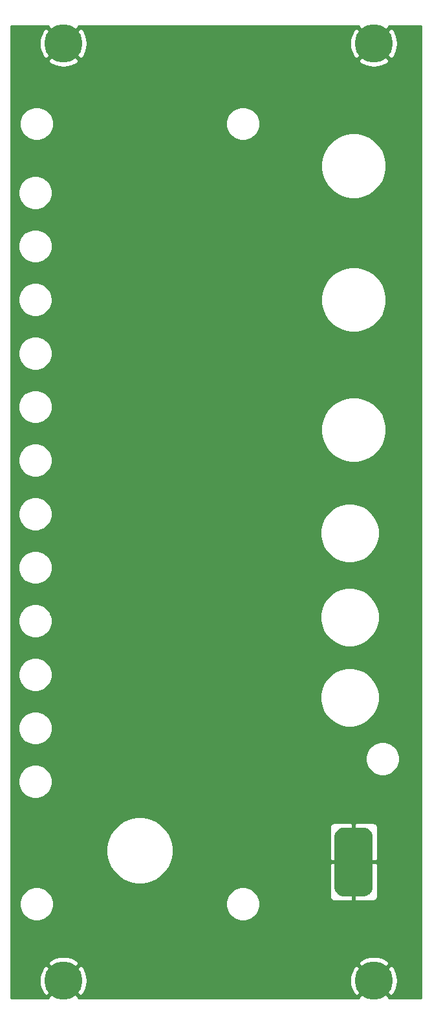
<source format=gbr>
G04 #@! TF.GenerationSoftware,KiCad,Pcbnew,(5.1.2)-1*
G04 #@! TF.CreationDate,2019-06-24T10:33:00-07:00*
G04 #@! TF.ProjectId,panel,70616e65-6c2e-46b6-9963-61645f706362,rev?*
G04 #@! TF.SameCoordinates,Original*
G04 #@! TF.FileFunction,Copper,L2,Bot*
G04 #@! TF.FilePolarity,Positive*
%FSLAX46Y46*%
G04 Gerber Fmt 4.6, Leading zero omitted, Abs format (unit mm)*
G04 Created by KiCad (PCBNEW (5.1.2)-1) date 2019-06-24 10:33:00*
%MOMM*%
%LPD*%
G04 APERTURE LIST*
%ADD10C,5.000000*%
%ADD11C,0.100000*%
%ADD12C,0.254000*%
G04 APERTURE END LIST*
D10*
X108140000Y-63000000D03*
X108140000Y-185500000D03*
X67500000Y-185500000D03*
X67500000Y-63000000D03*
D11*
G36*
X106872521Y-165506019D02*
G01*
X106993863Y-165524018D01*
X107112856Y-165553825D01*
X107228354Y-165595151D01*
X107339246Y-165647598D01*
X107444463Y-165710663D01*
X107542992Y-165783737D01*
X107633883Y-165866117D01*
X107716263Y-165957008D01*
X107789337Y-166055537D01*
X107852402Y-166160754D01*
X107904849Y-166271646D01*
X107946175Y-166387144D01*
X107975982Y-166506137D01*
X107993981Y-166627479D01*
X108000000Y-166750000D01*
X108000000Y-173250000D01*
X107993981Y-173372521D01*
X107975982Y-173493863D01*
X107946175Y-173612856D01*
X107904849Y-173728354D01*
X107852402Y-173839246D01*
X107789337Y-173944463D01*
X107716263Y-174042992D01*
X107633883Y-174133883D01*
X107542992Y-174216263D01*
X107444463Y-174289337D01*
X107339246Y-174352402D01*
X107228354Y-174404849D01*
X107112856Y-174446175D01*
X106993863Y-174475982D01*
X106872521Y-174493981D01*
X106750000Y-174500000D01*
X104250000Y-174500000D01*
X104127479Y-174493981D01*
X104006137Y-174475982D01*
X103887144Y-174446175D01*
X103771646Y-174404849D01*
X103660754Y-174352402D01*
X103555537Y-174289337D01*
X103457008Y-174216263D01*
X103366117Y-174133883D01*
X103283737Y-174042992D01*
X103210663Y-173944463D01*
X103147598Y-173839246D01*
X103095151Y-173728354D01*
X103053825Y-173612856D01*
X103024018Y-173493863D01*
X103006019Y-173372521D01*
X103000000Y-173250000D01*
X103000000Y-166750000D01*
X103006019Y-166627479D01*
X103024018Y-166506137D01*
X103053825Y-166387144D01*
X103095151Y-166271646D01*
X103147598Y-166160754D01*
X103210663Y-166055537D01*
X103283737Y-165957008D01*
X103366117Y-165866117D01*
X103457008Y-165783737D01*
X103555537Y-165710663D01*
X103660754Y-165647598D01*
X103771646Y-165595151D01*
X103887144Y-165553825D01*
X104006137Y-165524018D01*
X104127479Y-165506019D01*
X104250000Y-165500000D01*
X106750000Y-165500000D01*
X106872521Y-165506019D01*
X106872521Y-165506019D01*
G37*
D10*
X105500000Y-170000000D03*
D12*
G36*
X65476457Y-60796852D02*
G01*
X67500000Y-62820395D01*
X69523543Y-60796852D01*
X69449638Y-60685000D01*
X106190362Y-60685000D01*
X106116457Y-60796852D01*
X108140000Y-62820395D01*
X110163543Y-60796852D01*
X110089638Y-60685000D01*
X114315001Y-60685000D01*
X114315000Y-187815000D01*
X110089638Y-187815000D01*
X110163543Y-187703148D01*
X108140000Y-185679605D01*
X106116457Y-187703148D01*
X106190362Y-187815000D01*
X69449638Y-187815000D01*
X69523543Y-187703148D01*
X67500000Y-185679605D01*
X65476457Y-187703148D01*
X65550362Y-187815000D01*
X60685000Y-187815000D01*
X60685000Y-185503328D01*
X64349832Y-185503328D01*
X64411010Y-186117831D01*
X64590897Y-186708592D01*
X64878882Y-187247373D01*
X65296852Y-187523543D01*
X67320395Y-185500000D01*
X67679605Y-185500000D01*
X69703148Y-187523543D01*
X70121118Y-187247373D01*
X70411649Y-186702443D01*
X70590287Y-186111304D01*
X70649519Y-185503328D01*
X104989832Y-185503328D01*
X105051010Y-186117831D01*
X105230897Y-186708592D01*
X105518882Y-187247373D01*
X105936852Y-187523543D01*
X107960395Y-185500000D01*
X108319605Y-185500000D01*
X110343148Y-187523543D01*
X110761118Y-187247373D01*
X111051649Y-186702443D01*
X111230287Y-186111304D01*
X111290168Y-185496672D01*
X111228990Y-184882169D01*
X111049103Y-184291408D01*
X110761118Y-183752627D01*
X110343148Y-183476457D01*
X108319605Y-185500000D01*
X107960395Y-185500000D01*
X105936852Y-183476457D01*
X105518882Y-183752627D01*
X105228351Y-184297557D01*
X105049713Y-184888696D01*
X104989832Y-185503328D01*
X70649519Y-185503328D01*
X70650168Y-185496672D01*
X70588990Y-184882169D01*
X70409103Y-184291408D01*
X70121118Y-183752627D01*
X69703148Y-183476457D01*
X67679605Y-185500000D01*
X67320395Y-185500000D01*
X65296852Y-183476457D01*
X64878882Y-183752627D01*
X64588351Y-184297557D01*
X64409713Y-184888696D01*
X64349832Y-185503328D01*
X60685000Y-185503328D01*
X60685000Y-183296852D01*
X65476457Y-183296852D01*
X67500000Y-185320395D01*
X69523543Y-183296852D01*
X106116457Y-183296852D01*
X108140000Y-185320395D01*
X110163543Y-183296852D01*
X109887373Y-182878882D01*
X109342443Y-182588351D01*
X108751304Y-182409713D01*
X108136672Y-182349832D01*
X107522169Y-182411010D01*
X106931408Y-182590897D01*
X106392627Y-182878882D01*
X106116457Y-183296852D01*
X69523543Y-183296852D01*
X69247373Y-182878882D01*
X68702443Y-182588351D01*
X68111304Y-182409713D01*
X67496672Y-182349832D01*
X66882169Y-182411010D01*
X66291408Y-182590897D01*
X65752627Y-182878882D01*
X65476457Y-183296852D01*
X60685000Y-183296852D01*
X60685000Y-175279872D01*
X61765000Y-175279872D01*
X61765000Y-175720128D01*
X61850890Y-176151925D01*
X62019369Y-176558669D01*
X62263962Y-176924729D01*
X62575271Y-177236038D01*
X62941331Y-177480631D01*
X63348075Y-177649110D01*
X63779872Y-177735000D01*
X64220128Y-177735000D01*
X64651925Y-177649110D01*
X65058669Y-177480631D01*
X65424729Y-177236038D01*
X65736038Y-176924729D01*
X65980631Y-176558669D01*
X66149110Y-176151925D01*
X66235000Y-175720128D01*
X66235000Y-175279872D01*
X88765000Y-175279872D01*
X88765000Y-175720128D01*
X88850890Y-176151925D01*
X89019369Y-176558669D01*
X89263962Y-176924729D01*
X89575271Y-177236038D01*
X89941331Y-177480631D01*
X90348075Y-177649110D01*
X90779872Y-177735000D01*
X91220128Y-177735000D01*
X91651925Y-177649110D01*
X92058669Y-177480631D01*
X92424729Y-177236038D01*
X92736038Y-176924729D01*
X92980631Y-176558669D01*
X93149110Y-176151925D01*
X93235000Y-175720128D01*
X93235000Y-175279872D01*
X93149110Y-174848075D01*
X93004933Y-174500000D01*
X102361928Y-174500000D01*
X102374188Y-174624482D01*
X102410498Y-174744180D01*
X102469463Y-174854494D01*
X102548815Y-174951185D01*
X102645506Y-175030537D01*
X102755820Y-175089502D01*
X102875518Y-175125812D01*
X103000000Y-175138072D01*
X105214250Y-175135000D01*
X105373000Y-174976250D01*
X105373000Y-170127000D01*
X105627000Y-170127000D01*
X105627000Y-174976250D01*
X105785750Y-175135000D01*
X108000000Y-175138072D01*
X108124482Y-175125812D01*
X108244180Y-175089502D01*
X108354494Y-175030537D01*
X108451185Y-174951185D01*
X108530537Y-174854494D01*
X108589502Y-174744180D01*
X108625812Y-174624482D01*
X108638072Y-174500000D01*
X108635000Y-170285750D01*
X108476250Y-170127000D01*
X105627000Y-170127000D01*
X105373000Y-170127000D01*
X102523750Y-170127000D01*
X102365000Y-170285750D01*
X102361928Y-174500000D01*
X93004933Y-174500000D01*
X92980631Y-174441331D01*
X92736038Y-174075271D01*
X92424729Y-173763962D01*
X92058669Y-173519369D01*
X91651925Y-173350890D01*
X91220128Y-173265000D01*
X90779872Y-173265000D01*
X90348075Y-173350890D01*
X89941331Y-173519369D01*
X89575271Y-173763962D01*
X89263962Y-174075271D01*
X89019369Y-174441331D01*
X88850890Y-174848075D01*
X88765000Y-175279872D01*
X66235000Y-175279872D01*
X66149110Y-174848075D01*
X65980631Y-174441331D01*
X65736038Y-174075271D01*
X65424729Y-173763962D01*
X65058669Y-173519369D01*
X64651925Y-173350890D01*
X64220128Y-173265000D01*
X63779872Y-173265000D01*
X63348075Y-173350890D01*
X62941331Y-173519369D01*
X62575271Y-173763962D01*
X62263962Y-174075271D01*
X62019369Y-174441331D01*
X61850890Y-174848075D01*
X61765000Y-175279872D01*
X60685000Y-175279872D01*
X60685000Y-168068115D01*
X73115000Y-168068115D01*
X73115000Y-168931885D01*
X73283513Y-169779057D01*
X73614064Y-170577076D01*
X74093948Y-171295274D01*
X74704726Y-171906052D01*
X75422924Y-172385936D01*
X76220943Y-172716487D01*
X77068115Y-172885000D01*
X77931885Y-172885000D01*
X78779057Y-172716487D01*
X79577076Y-172385936D01*
X80295274Y-171906052D01*
X80906052Y-171295274D01*
X81385936Y-170577076D01*
X81716487Y-169779057D01*
X81885000Y-168931885D01*
X81885000Y-168068115D01*
X81716487Y-167220943D01*
X81385936Y-166422924D01*
X80906052Y-165704726D01*
X80701326Y-165500000D01*
X102361928Y-165500000D01*
X102365000Y-169714250D01*
X102523750Y-169873000D01*
X105373000Y-169873000D01*
X105373000Y-165023750D01*
X105627000Y-165023750D01*
X105627000Y-169873000D01*
X108476250Y-169873000D01*
X108635000Y-169714250D01*
X108638072Y-165500000D01*
X108625812Y-165375518D01*
X108589502Y-165255820D01*
X108530537Y-165145506D01*
X108451185Y-165048815D01*
X108354494Y-164969463D01*
X108244180Y-164910498D01*
X108124482Y-164874188D01*
X108000000Y-164861928D01*
X105785750Y-164865000D01*
X105627000Y-165023750D01*
X105373000Y-165023750D01*
X105214250Y-164865000D01*
X103000000Y-164861928D01*
X102875518Y-164874188D01*
X102755820Y-164910498D01*
X102645506Y-164969463D01*
X102548815Y-165048815D01*
X102469463Y-165145506D01*
X102410498Y-165255820D01*
X102374188Y-165375518D01*
X102361928Y-165500000D01*
X80701326Y-165500000D01*
X80295274Y-165093948D01*
X79577076Y-164614064D01*
X78779057Y-164283513D01*
X77931885Y-164115000D01*
X77068115Y-164115000D01*
X76220943Y-164283513D01*
X75422924Y-164614064D01*
X74704726Y-165093948D01*
X74093948Y-165704726D01*
X73614064Y-166422924D01*
X73283513Y-167220943D01*
X73115000Y-168068115D01*
X60685000Y-168068115D01*
X60685000Y-159279872D01*
X61565000Y-159279872D01*
X61565000Y-159720128D01*
X61650890Y-160151925D01*
X61819369Y-160558669D01*
X62063962Y-160924729D01*
X62375271Y-161236038D01*
X62741331Y-161480631D01*
X63148075Y-161649110D01*
X63579872Y-161735000D01*
X64020128Y-161735000D01*
X64451925Y-161649110D01*
X64858669Y-161480631D01*
X65224729Y-161236038D01*
X65536038Y-160924729D01*
X65780631Y-160558669D01*
X65949110Y-160151925D01*
X66035000Y-159720128D01*
X66035000Y-159279872D01*
X65949110Y-158848075D01*
X65780631Y-158441331D01*
X65536038Y-158075271D01*
X65224729Y-157763962D01*
X64858669Y-157519369D01*
X64451925Y-157350890D01*
X64020128Y-157265000D01*
X63579872Y-157265000D01*
X63148075Y-157350890D01*
X62741331Y-157519369D01*
X62375271Y-157763962D01*
X62063962Y-158075271D01*
X61819369Y-158441331D01*
X61650890Y-158848075D01*
X61565000Y-159279872D01*
X60685000Y-159279872D01*
X60685000Y-156279872D01*
X107065000Y-156279872D01*
X107065000Y-156720128D01*
X107150890Y-157151925D01*
X107319369Y-157558669D01*
X107563962Y-157924729D01*
X107875271Y-158236038D01*
X108241331Y-158480631D01*
X108648075Y-158649110D01*
X109079872Y-158735000D01*
X109520128Y-158735000D01*
X109951925Y-158649110D01*
X110358669Y-158480631D01*
X110724729Y-158236038D01*
X111036038Y-157924729D01*
X111280631Y-157558669D01*
X111449110Y-157151925D01*
X111535000Y-156720128D01*
X111535000Y-156279872D01*
X111449110Y-155848075D01*
X111280631Y-155441331D01*
X111036038Y-155075271D01*
X110724729Y-154763962D01*
X110358669Y-154519369D01*
X109951925Y-154350890D01*
X109520128Y-154265000D01*
X109079872Y-154265000D01*
X108648075Y-154350890D01*
X108241331Y-154519369D01*
X107875271Y-154763962D01*
X107563962Y-155075271D01*
X107319369Y-155441331D01*
X107150890Y-155848075D01*
X107065000Y-156279872D01*
X60685000Y-156279872D01*
X60685000Y-152279872D01*
X61565000Y-152279872D01*
X61565000Y-152720128D01*
X61650890Y-153151925D01*
X61819369Y-153558669D01*
X62063962Y-153924729D01*
X62375271Y-154236038D01*
X62741331Y-154480631D01*
X63148075Y-154649110D01*
X63579872Y-154735000D01*
X64020128Y-154735000D01*
X64451925Y-154649110D01*
X64858669Y-154480631D01*
X65224729Y-154236038D01*
X65536038Y-153924729D01*
X65780631Y-153558669D01*
X65949110Y-153151925D01*
X66035000Y-152720128D01*
X66035000Y-152279872D01*
X65949110Y-151848075D01*
X65780631Y-151441331D01*
X65536038Y-151075271D01*
X65224729Y-150763962D01*
X64858669Y-150519369D01*
X64451925Y-150350890D01*
X64020128Y-150265000D01*
X63579872Y-150265000D01*
X63148075Y-150350890D01*
X62741331Y-150519369D01*
X62375271Y-150763962D01*
X62063962Y-151075271D01*
X61819369Y-151441331D01*
X61650890Y-151848075D01*
X61565000Y-152279872D01*
X60685000Y-152279872D01*
X60685000Y-148117361D01*
X101115000Y-148117361D01*
X101115000Y-148882639D01*
X101264298Y-149633213D01*
X101557158Y-150340238D01*
X101982323Y-150976543D01*
X102523457Y-151517677D01*
X103159762Y-151942842D01*
X103866787Y-152235702D01*
X104617361Y-152385000D01*
X105382639Y-152385000D01*
X106133213Y-152235702D01*
X106840238Y-151942842D01*
X107476543Y-151517677D01*
X108017677Y-150976543D01*
X108442842Y-150340238D01*
X108735702Y-149633213D01*
X108885000Y-148882639D01*
X108885000Y-148117361D01*
X108735702Y-147366787D01*
X108442842Y-146659762D01*
X108017677Y-146023457D01*
X107476543Y-145482323D01*
X106840238Y-145057158D01*
X106133213Y-144764298D01*
X105382639Y-144615000D01*
X104617361Y-144615000D01*
X103866787Y-144764298D01*
X103159762Y-145057158D01*
X102523457Y-145482323D01*
X101982323Y-146023457D01*
X101557158Y-146659762D01*
X101264298Y-147366787D01*
X101115000Y-148117361D01*
X60685000Y-148117361D01*
X60685000Y-145279872D01*
X61565000Y-145279872D01*
X61565000Y-145720128D01*
X61650890Y-146151925D01*
X61819369Y-146558669D01*
X62063962Y-146924729D01*
X62375271Y-147236038D01*
X62741331Y-147480631D01*
X63148075Y-147649110D01*
X63579872Y-147735000D01*
X64020128Y-147735000D01*
X64451925Y-147649110D01*
X64858669Y-147480631D01*
X65224729Y-147236038D01*
X65536038Y-146924729D01*
X65780631Y-146558669D01*
X65949110Y-146151925D01*
X66035000Y-145720128D01*
X66035000Y-145279872D01*
X65949110Y-144848075D01*
X65780631Y-144441331D01*
X65536038Y-144075271D01*
X65224729Y-143763962D01*
X64858669Y-143519369D01*
X64451925Y-143350890D01*
X64020128Y-143265000D01*
X63579872Y-143265000D01*
X63148075Y-143350890D01*
X62741331Y-143519369D01*
X62375271Y-143763962D01*
X62063962Y-144075271D01*
X61819369Y-144441331D01*
X61650890Y-144848075D01*
X61565000Y-145279872D01*
X60685000Y-145279872D01*
X60685000Y-138279872D01*
X61565000Y-138279872D01*
X61565000Y-138720128D01*
X61650890Y-139151925D01*
X61819369Y-139558669D01*
X62063962Y-139924729D01*
X62375271Y-140236038D01*
X62741331Y-140480631D01*
X63148075Y-140649110D01*
X63579872Y-140735000D01*
X64020128Y-140735000D01*
X64451925Y-140649110D01*
X64858669Y-140480631D01*
X65224729Y-140236038D01*
X65536038Y-139924729D01*
X65780631Y-139558669D01*
X65949110Y-139151925D01*
X66035000Y-138720128D01*
X66035000Y-138279872D01*
X65949110Y-137848075D01*
X65853546Y-137617361D01*
X101115000Y-137617361D01*
X101115000Y-138382639D01*
X101264298Y-139133213D01*
X101557158Y-139840238D01*
X101982323Y-140476543D01*
X102523457Y-141017677D01*
X103159762Y-141442842D01*
X103866787Y-141735702D01*
X104617361Y-141885000D01*
X105382639Y-141885000D01*
X106133213Y-141735702D01*
X106840238Y-141442842D01*
X107476543Y-141017677D01*
X108017677Y-140476543D01*
X108442842Y-139840238D01*
X108735702Y-139133213D01*
X108885000Y-138382639D01*
X108885000Y-137617361D01*
X108735702Y-136866787D01*
X108442842Y-136159762D01*
X108017677Y-135523457D01*
X107476543Y-134982323D01*
X106840238Y-134557158D01*
X106133213Y-134264298D01*
X105382639Y-134115000D01*
X104617361Y-134115000D01*
X103866787Y-134264298D01*
X103159762Y-134557158D01*
X102523457Y-134982323D01*
X101982323Y-135523457D01*
X101557158Y-136159762D01*
X101264298Y-136866787D01*
X101115000Y-137617361D01*
X65853546Y-137617361D01*
X65780631Y-137441331D01*
X65536038Y-137075271D01*
X65224729Y-136763962D01*
X64858669Y-136519369D01*
X64451925Y-136350890D01*
X64020128Y-136265000D01*
X63579872Y-136265000D01*
X63148075Y-136350890D01*
X62741331Y-136519369D01*
X62375271Y-136763962D01*
X62063962Y-137075271D01*
X61819369Y-137441331D01*
X61650890Y-137848075D01*
X61565000Y-138279872D01*
X60685000Y-138279872D01*
X60685000Y-131279872D01*
X61565000Y-131279872D01*
X61565000Y-131720128D01*
X61650890Y-132151925D01*
X61819369Y-132558669D01*
X62063962Y-132924729D01*
X62375271Y-133236038D01*
X62741331Y-133480631D01*
X63148075Y-133649110D01*
X63579872Y-133735000D01*
X64020128Y-133735000D01*
X64451925Y-133649110D01*
X64858669Y-133480631D01*
X65224729Y-133236038D01*
X65536038Y-132924729D01*
X65780631Y-132558669D01*
X65949110Y-132151925D01*
X66035000Y-131720128D01*
X66035000Y-131279872D01*
X65949110Y-130848075D01*
X65780631Y-130441331D01*
X65536038Y-130075271D01*
X65224729Y-129763962D01*
X64858669Y-129519369D01*
X64451925Y-129350890D01*
X64020128Y-129265000D01*
X63579872Y-129265000D01*
X63148075Y-129350890D01*
X62741331Y-129519369D01*
X62375271Y-129763962D01*
X62063962Y-130075271D01*
X61819369Y-130441331D01*
X61650890Y-130848075D01*
X61565000Y-131279872D01*
X60685000Y-131279872D01*
X60685000Y-124279872D01*
X61565000Y-124279872D01*
X61565000Y-124720128D01*
X61650890Y-125151925D01*
X61819369Y-125558669D01*
X62063962Y-125924729D01*
X62375271Y-126236038D01*
X62741331Y-126480631D01*
X63148075Y-126649110D01*
X63579872Y-126735000D01*
X64020128Y-126735000D01*
X64451925Y-126649110D01*
X64528573Y-126617361D01*
X101115000Y-126617361D01*
X101115000Y-127382639D01*
X101264298Y-128133213D01*
X101557158Y-128840238D01*
X101982323Y-129476543D01*
X102523457Y-130017677D01*
X103159762Y-130442842D01*
X103866787Y-130735702D01*
X104617361Y-130885000D01*
X105382639Y-130885000D01*
X106133213Y-130735702D01*
X106840238Y-130442842D01*
X107476543Y-130017677D01*
X108017677Y-129476543D01*
X108442842Y-128840238D01*
X108735702Y-128133213D01*
X108885000Y-127382639D01*
X108885000Y-126617361D01*
X108735702Y-125866787D01*
X108442842Y-125159762D01*
X108017677Y-124523457D01*
X107476543Y-123982323D01*
X106840238Y-123557158D01*
X106133213Y-123264298D01*
X105382639Y-123115000D01*
X104617361Y-123115000D01*
X103866787Y-123264298D01*
X103159762Y-123557158D01*
X102523457Y-123982323D01*
X101982323Y-124523457D01*
X101557158Y-125159762D01*
X101264298Y-125866787D01*
X101115000Y-126617361D01*
X64528573Y-126617361D01*
X64858669Y-126480631D01*
X65224729Y-126236038D01*
X65536038Y-125924729D01*
X65780631Y-125558669D01*
X65949110Y-125151925D01*
X66035000Y-124720128D01*
X66035000Y-124279872D01*
X65949110Y-123848075D01*
X65780631Y-123441331D01*
X65536038Y-123075271D01*
X65224729Y-122763962D01*
X64858669Y-122519369D01*
X64451925Y-122350890D01*
X64020128Y-122265000D01*
X63579872Y-122265000D01*
X63148075Y-122350890D01*
X62741331Y-122519369D01*
X62375271Y-122763962D01*
X62063962Y-123075271D01*
X61819369Y-123441331D01*
X61650890Y-123848075D01*
X61565000Y-124279872D01*
X60685000Y-124279872D01*
X60685000Y-117279872D01*
X61565000Y-117279872D01*
X61565000Y-117720128D01*
X61650890Y-118151925D01*
X61819369Y-118558669D01*
X62063962Y-118924729D01*
X62375271Y-119236038D01*
X62741331Y-119480631D01*
X63148075Y-119649110D01*
X63579872Y-119735000D01*
X64020128Y-119735000D01*
X64451925Y-119649110D01*
X64858669Y-119480631D01*
X65224729Y-119236038D01*
X65536038Y-118924729D01*
X65780631Y-118558669D01*
X65949110Y-118151925D01*
X66035000Y-117720128D01*
X66035000Y-117279872D01*
X65949110Y-116848075D01*
X65780631Y-116441331D01*
X65536038Y-116075271D01*
X65224729Y-115763962D01*
X64858669Y-115519369D01*
X64451925Y-115350890D01*
X64020128Y-115265000D01*
X63579872Y-115265000D01*
X63148075Y-115350890D01*
X62741331Y-115519369D01*
X62375271Y-115763962D01*
X62063962Y-116075271D01*
X61819369Y-116441331D01*
X61650890Y-116848075D01*
X61565000Y-117279872D01*
X60685000Y-117279872D01*
X60685000Y-113077964D01*
X101215000Y-113077964D01*
X101215000Y-113922036D01*
X101379670Y-114749888D01*
X101702683Y-115529708D01*
X102171623Y-116231528D01*
X102768472Y-116828377D01*
X103470292Y-117297317D01*
X104250112Y-117620330D01*
X105077964Y-117785000D01*
X105922036Y-117785000D01*
X106749888Y-117620330D01*
X107529708Y-117297317D01*
X108231528Y-116828377D01*
X108828377Y-116231528D01*
X109297317Y-115529708D01*
X109620330Y-114749888D01*
X109785000Y-113922036D01*
X109785000Y-113077964D01*
X109620330Y-112250112D01*
X109297317Y-111470292D01*
X108828377Y-110768472D01*
X108231528Y-110171623D01*
X107529708Y-109702683D01*
X106749888Y-109379670D01*
X105922036Y-109215000D01*
X105077964Y-109215000D01*
X104250112Y-109379670D01*
X103470292Y-109702683D01*
X102768472Y-110171623D01*
X102171623Y-110768472D01*
X101702683Y-111470292D01*
X101379670Y-112250112D01*
X101215000Y-113077964D01*
X60685000Y-113077964D01*
X60685000Y-110279872D01*
X61565000Y-110279872D01*
X61565000Y-110720128D01*
X61650890Y-111151925D01*
X61819369Y-111558669D01*
X62063962Y-111924729D01*
X62375271Y-112236038D01*
X62741331Y-112480631D01*
X63148075Y-112649110D01*
X63579872Y-112735000D01*
X64020128Y-112735000D01*
X64451925Y-112649110D01*
X64858669Y-112480631D01*
X65224729Y-112236038D01*
X65536038Y-111924729D01*
X65780631Y-111558669D01*
X65949110Y-111151925D01*
X66035000Y-110720128D01*
X66035000Y-110279872D01*
X65949110Y-109848075D01*
X65780631Y-109441331D01*
X65536038Y-109075271D01*
X65224729Y-108763962D01*
X64858669Y-108519369D01*
X64451925Y-108350890D01*
X64020128Y-108265000D01*
X63579872Y-108265000D01*
X63148075Y-108350890D01*
X62741331Y-108519369D01*
X62375271Y-108763962D01*
X62063962Y-109075271D01*
X61819369Y-109441331D01*
X61650890Y-109848075D01*
X61565000Y-110279872D01*
X60685000Y-110279872D01*
X60685000Y-103279872D01*
X61565000Y-103279872D01*
X61565000Y-103720128D01*
X61650890Y-104151925D01*
X61819369Y-104558669D01*
X62063962Y-104924729D01*
X62375271Y-105236038D01*
X62741331Y-105480631D01*
X63148075Y-105649110D01*
X63579872Y-105735000D01*
X64020128Y-105735000D01*
X64451925Y-105649110D01*
X64858669Y-105480631D01*
X65224729Y-105236038D01*
X65536038Y-104924729D01*
X65780631Y-104558669D01*
X65949110Y-104151925D01*
X66035000Y-103720128D01*
X66035000Y-103279872D01*
X65949110Y-102848075D01*
X65780631Y-102441331D01*
X65536038Y-102075271D01*
X65224729Y-101763962D01*
X64858669Y-101519369D01*
X64451925Y-101350890D01*
X64020128Y-101265000D01*
X63579872Y-101265000D01*
X63148075Y-101350890D01*
X62741331Y-101519369D01*
X62375271Y-101763962D01*
X62063962Y-102075271D01*
X61819369Y-102441331D01*
X61650890Y-102848075D01*
X61565000Y-103279872D01*
X60685000Y-103279872D01*
X60685000Y-96279872D01*
X61565000Y-96279872D01*
X61565000Y-96720128D01*
X61650890Y-97151925D01*
X61819369Y-97558669D01*
X62063962Y-97924729D01*
X62375271Y-98236038D01*
X62741331Y-98480631D01*
X63148075Y-98649110D01*
X63579872Y-98735000D01*
X64020128Y-98735000D01*
X64451925Y-98649110D01*
X64858669Y-98480631D01*
X65224729Y-98236038D01*
X65536038Y-97924729D01*
X65780631Y-97558669D01*
X65949110Y-97151925D01*
X66035000Y-96720128D01*
X66035000Y-96279872D01*
X65994838Y-96077964D01*
X101215000Y-96077964D01*
X101215000Y-96922036D01*
X101379670Y-97749888D01*
X101702683Y-98529708D01*
X102171623Y-99231528D01*
X102768472Y-99828377D01*
X103470292Y-100297317D01*
X104250112Y-100620330D01*
X105077964Y-100785000D01*
X105922036Y-100785000D01*
X106749888Y-100620330D01*
X107529708Y-100297317D01*
X108231528Y-99828377D01*
X108828377Y-99231528D01*
X109297317Y-98529708D01*
X109620330Y-97749888D01*
X109785000Y-96922036D01*
X109785000Y-96077964D01*
X109620330Y-95250112D01*
X109297317Y-94470292D01*
X108828377Y-93768472D01*
X108231528Y-93171623D01*
X107529708Y-92702683D01*
X106749888Y-92379670D01*
X105922036Y-92215000D01*
X105077964Y-92215000D01*
X104250112Y-92379670D01*
X103470292Y-92702683D01*
X102768472Y-93171623D01*
X102171623Y-93768472D01*
X101702683Y-94470292D01*
X101379670Y-95250112D01*
X101215000Y-96077964D01*
X65994838Y-96077964D01*
X65949110Y-95848075D01*
X65780631Y-95441331D01*
X65536038Y-95075271D01*
X65224729Y-94763962D01*
X64858669Y-94519369D01*
X64451925Y-94350890D01*
X64020128Y-94265000D01*
X63579872Y-94265000D01*
X63148075Y-94350890D01*
X62741331Y-94519369D01*
X62375271Y-94763962D01*
X62063962Y-95075271D01*
X61819369Y-95441331D01*
X61650890Y-95848075D01*
X61565000Y-96279872D01*
X60685000Y-96279872D01*
X60685000Y-89279872D01*
X61565000Y-89279872D01*
X61565000Y-89720128D01*
X61650890Y-90151925D01*
X61819369Y-90558669D01*
X62063962Y-90924729D01*
X62375271Y-91236038D01*
X62741331Y-91480631D01*
X63148075Y-91649110D01*
X63579872Y-91735000D01*
X64020128Y-91735000D01*
X64451925Y-91649110D01*
X64858669Y-91480631D01*
X65224729Y-91236038D01*
X65536038Y-90924729D01*
X65780631Y-90558669D01*
X65949110Y-90151925D01*
X66035000Y-89720128D01*
X66035000Y-89279872D01*
X65949110Y-88848075D01*
X65780631Y-88441331D01*
X65536038Y-88075271D01*
X65224729Y-87763962D01*
X64858669Y-87519369D01*
X64451925Y-87350890D01*
X64020128Y-87265000D01*
X63579872Y-87265000D01*
X63148075Y-87350890D01*
X62741331Y-87519369D01*
X62375271Y-87763962D01*
X62063962Y-88075271D01*
X61819369Y-88441331D01*
X61650890Y-88848075D01*
X61565000Y-89279872D01*
X60685000Y-89279872D01*
X60685000Y-82279872D01*
X61565000Y-82279872D01*
X61565000Y-82720128D01*
X61650890Y-83151925D01*
X61819369Y-83558669D01*
X62063962Y-83924729D01*
X62375271Y-84236038D01*
X62741331Y-84480631D01*
X63148075Y-84649110D01*
X63579872Y-84735000D01*
X64020128Y-84735000D01*
X64451925Y-84649110D01*
X64858669Y-84480631D01*
X65224729Y-84236038D01*
X65536038Y-83924729D01*
X65780631Y-83558669D01*
X65949110Y-83151925D01*
X66035000Y-82720128D01*
X66035000Y-82279872D01*
X65949110Y-81848075D01*
X65780631Y-81441331D01*
X65536038Y-81075271D01*
X65224729Y-80763962D01*
X64858669Y-80519369D01*
X64451925Y-80350890D01*
X64020128Y-80265000D01*
X63579872Y-80265000D01*
X63148075Y-80350890D01*
X62741331Y-80519369D01*
X62375271Y-80763962D01*
X62063962Y-81075271D01*
X61819369Y-81441331D01*
X61650890Y-81848075D01*
X61565000Y-82279872D01*
X60685000Y-82279872D01*
X60685000Y-78577964D01*
X101215000Y-78577964D01*
X101215000Y-79422036D01*
X101379670Y-80249888D01*
X101702683Y-81029708D01*
X102171623Y-81731528D01*
X102768472Y-82328377D01*
X103470292Y-82797317D01*
X104250112Y-83120330D01*
X105077964Y-83285000D01*
X105922036Y-83285000D01*
X106749888Y-83120330D01*
X107529708Y-82797317D01*
X108231528Y-82328377D01*
X108828377Y-81731528D01*
X109297317Y-81029708D01*
X109620330Y-80249888D01*
X109785000Y-79422036D01*
X109785000Y-78577964D01*
X109620330Y-77750112D01*
X109297317Y-76970292D01*
X108828377Y-76268472D01*
X108231528Y-75671623D01*
X107529708Y-75202683D01*
X106749888Y-74879670D01*
X105922036Y-74715000D01*
X105077964Y-74715000D01*
X104250112Y-74879670D01*
X103470292Y-75202683D01*
X102768472Y-75671623D01*
X102171623Y-76268472D01*
X101702683Y-76970292D01*
X101379670Y-77750112D01*
X101215000Y-78577964D01*
X60685000Y-78577964D01*
X60685000Y-73279872D01*
X61765000Y-73279872D01*
X61765000Y-73720128D01*
X61850890Y-74151925D01*
X62019369Y-74558669D01*
X62263962Y-74924729D01*
X62575271Y-75236038D01*
X62941331Y-75480631D01*
X63348075Y-75649110D01*
X63779872Y-75735000D01*
X64220128Y-75735000D01*
X64651925Y-75649110D01*
X65058669Y-75480631D01*
X65424729Y-75236038D01*
X65736038Y-74924729D01*
X65980631Y-74558669D01*
X66149110Y-74151925D01*
X66235000Y-73720128D01*
X66235000Y-73279872D01*
X88765000Y-73279872D01*
X88765000Y-73720128D01*
X88850890Y-74151925D01*
X89019369Y-74558669D01*
X89263962Y-74924729D01*
X89575271Y-75236038D01*
X89941331Y-75480631D01*
X90348075Y-75649110D01*
X90779872Y-75735000D01*
X91220128Y-75735000D01*
X91651925Y-75649110D01*
X92058669Y-75480631D01*
X92424729Y-75236038D01*
X92736038Y-74924729D01*
X92980631Y-74558669D01*
X93149110Y-74151925D01*
X93235000Y-73720128D01*
X93235000Y-73279872D01*
X93149110Y-72848075D01*
X92980631Y-72441331D01*
X92736038Y-72075271D01*
X92424729Y-71763962D01*
X92058669Y-71519369D01*
X91651925Y-71350890D01*
X91220128Y-71265000D01*
X90779872Y-71265000D01*
X90348075Y-71350890D01*
X89941331Y-71519369D01*
X89575271Y-71763962D01*
X89263962Y-72075271D01*
X89019369Y-72441331D01*
X88850890Y-72848075D01*
X88765000Y-73279872D01*
X66235000Y-73279872D01*
X66149110Y-72848075D01*
X65980631Y-72441331D01*
X65736038Y-72075271D01*
X65424729Y-71763962D01*
X65058669Y-71519369D01*
X64651925Y-71350890D01*
X64220128Y-71265000D01*
X63779872Y-71265000D01*
X63348075Y-71350890D01*
X62941331Y-71519369D01*
X62575271Y-71763962D01*
X62263962Y-72075271D01*
X62019369Y-72441331D01*
X61850890Y-72848075D01*
X61765000Y-73279872D01*
X60685000Y-73279872D01*
X60685000Y-65203148D01*
X65476457Y-65203148D01*
X65752627Y-65621118D01*
X66297557Y-65911649D01*
X66888696Y-66090287D01*
X67503328Y-66150168D01*
X68117831Y-66088990D01*
X68708592Y-65909103D01*
X69247373Y-65621118D01*
X69523543Y-65203148D01*
X106116457Y-65203148D01*
X106392627Y-65621118D01*
X106937557Y-65911649D01*
X107528696Y-66090287D01*
X108143328Y-66150168D01*
X108757831Y-66088990D01*
X109348592Y-65909103D01*
X109887373Y-65621118D01*
X110163543Y-65203148D01*
X108140000Y-63179605D01*
X106116457Y-65203148D01*
X69523543Y-65203148D01*
X67500000Y-63179605D01*
X65476457Y-65203148D01*
X60685000Y-65203148D01*
X60685000Y-63003328D01*
X64349832Y-63003328D01*
X64411010Y-63617831D01*
X64590897Y-64208592D01*
X64878882Y-64747373D01*
X65296852Y-65023543D01*
X67320395Y-63000000D01*
X67679605Y-63000000D01*
X69703148Y-65023543D01*
X70121118Y-64747373D01*
X70411649Y-64202443D01*
X70590287Y-63611304D01*
X70649519Y-63003328D01*
X104989832Y-63003328D01*
X105051010Y-63617831D01*
X105230897Y-64208592D01*
X105518882Y-64747373D01*
X105936852Y-65023543D01*
X107960395Y-63000000D01*
X108319605Y-63000000D01*
X110343148Y-65023543D01*
X110761118Y-64747373D01*
X111051649Y-64202443D01*
X111230287Y-63611304D01*
X111290168Y-62996672D01*
X111228990Y-62382169D01*
X111049103Y-61791408D01*
X110761118Y-61252627D01*
X110343148Y-60976457D01*
X108319605Y-63000000D01*
X107960395Y-63000000D01*
X105936852Y-60976457D01*
X105518882Y-61252627D01*
X105228351Y-61797557D01*
X105049713Y-62388696D01*
X104989832Y-63003328D01*
X70649519Y-63003328D01*
X70650168Y-62996672D01*
X70588990Y-62382169D01*
X70409103Y-61791408D01*
X70121118Y-61252627D01*
X69703148Y-60976457D01*
X67679605Y-63000000D01*
X67320395Y-63000000D01*
X65296852Y-60976457D01*
X64878882Y-61252627D01*
X64588351Y-61797557D01*
X64409713Y-62388696D01*
X64349832Y-63003328D01*
X60685000Y-63003328D01*
X60685000Y-60685000D01*
X65550362Y-60685000D01*
X65476457Y-60796852D01*
X65476457Y-60796852D01*
G37*
X65476457Y-60796852D02*
X67500000Y-62820395D01*
X69523543Y-60796852D01*
X69449638Y-60685000D01*
X106190362Y-60685000D01*
X106116457Y-60796852D01*
X108140000Y-62820395D01*
X110163543Y-60796852D01*
X110089638Y-60685000D01*
X114315001Y-60685000D01*
X114315000Y-187815000D01*
X110089638Y-187815000D01*
X110163543Y-187703148D01*
X108140000Y-185679605D01*
X106116457Y-187703148D01*
X106190362Y-187815000D01*
X69449638Y-187815000D01*
X69523543Y-187703148D01*
X67500000Y-185679605D01*
X65476457Y-187703148D01*
X65550362Y-187815000D01*
X60685000Y-187815000D01*
X60685000Y-185503328D01*
X64349832Y-185503328D01*
X64411010Y-186117831D01*
X64590897Y-186708592D01*
X64878882Y-187247373D01*
X65296852Y-187523543D01*
X67320395Y-185500000D01*
X67679605Y-185500000D01*
X69703148Y-187523543D01*
X70121118Y-187247373D01*
X70411649Y-186702443D01*
X70590287Y-186111304D01*
X70649519Y-185503328D01*
X104989832Y-185503328D01*
X105051010Y-186117831D01*
X105230897Y-186708592D01*
X105518882Y-187247373D01*
X105936852Y-187523543D01*
X107960395Y-185500000D01*
X108319605Y-185500000D01*
X110343148Y-187523543D01*
X110761118Y-187247373D01*
X111051649Y-186702443D01*
X111230287Y-186111304D01*
X111290168Y-185496672D01*
X111228990Y-184882169D01*
X111049103Y-184291408D01*
X110761118Y-183752627D01*
X110343148Y-183476457D01*
X108319605Y-185500000D01*
X107960395Y-185500000D01*
X105936852Y-183476457D01*
X105518882Y-183752627D01*
X105228351Y-184297557D01*
X105049713Y-184888696D01*
X104989832Y-185503328D01*
X70649519Y-185503328D01*
X70650168Y-185496672D01*
X70588990Y-184882169D01*
X70409103Y-184291408D01*
X70121118Y-183752627D01*
X69703148Y-183476457D01*
X67679605Y-185500000D01*
X67320395Y-185500000D01*
X65296852Y-183476457D01*
X64878882Y-183752627D01*
X64588351Y-184297557D01*
X64409713Y-184888696D01*
X64349832Y-185503328D01*
X60685000Y-185503328D01*
X60685000Y-183296852D01*
X65476457Y-183296852D01*
X67500000Y-185320395D01*
X69523543Y-183296852D01*
X106116457Y-183296852D01*
X108140000Y-185320395D01*
X110163543Y-183296852D01*
X109887373Y-182878882D01*
X109342443Y-182588351D01*
X108751304Y-182409713D01*
X108136672Y-182349832D01*
X107522169Y-182411010D01*
X106931408Y-182590897D01*
X106392627Y-182878882D01*
X106116457Y-183296852D01*
X69523543Y-183296852D01*
X69247373Y-182878882D01*
X68702443Y-182588351D01*
X68111304Y-182409713D01*
X67496672Y-182349832D01*
X66882169Y-182411010D01*
X66291408Y-182590897D01*
X65752627Y-182878882D01*
X65476457Y-183296852D01*
X60685000Y-183296852D01*
X60685000Y-175279872D01*
X61765000Y-175279872D01*
X61765000Y-175720128D01*
X61850890Y-176151925D01*
X62019369Y-176558669D01*
X62263962Y-176924729D01*
X62575271Y-177236038D01*
X62941331Y-177480631D01*
X63348075Y-177649110D01*
X63779872Y-177735000D01*
X64220128Y-177735000D01*
X64651925Y-177649110D01*
X65058669Y-177480631D01*
X65424729Y-177236038D01*
X65736038Y-176924729D01*
X65980631Y-176558669D01*
X66149110Y-176151925D01*
X66235000Y-175720128D01*
X66235000Y-175279872D01*
X88765000Y-175279872D01*
X88765000Y-175720128D01*
X88850890Y-176151925D01*
X89019369Y-176558669D01*
X89263962Y-176924729D01*
X89575271Y-177236038D01*
X89941331Y-177480631D01*
X90348075Y-177649110D01*
X90779872Y-177735000D01*
X91220128Y-177735000D01*
X91651925Y-177649110D01*
X92058669Y-177480631D01*
X92424729Y-177236038D01*
X92736038Y-176924729D01*
X92980631Y-176558669D01*
X93149110Y-176151925D01*
X93235000Y-175720128D01*
X93235000Y-175279872D01*
X93149110Y-174848075D01*
X93004933Y-174500000D01*
X102361928Y-174500000D01*
X102374188Y-174624482D01*
X102410498Y-174744180D01*
X102469463Y-174854494D01*
X102548815Y-174951185D01*
X102645506Y-175030537D01*
X102755820Y-175089502D01*
X102875518Y-175125812D01*
X103000000Y-175138072D01*
X105214250Y-175135000D01*
X105373000Y-174976250D01*
X105373000Y-170127000D01*
X105627000Y-170127000D01*
X105627000Y-174976250D01*
X105785750Y-175135000D01*
X108000000Y-175138072D01*
X108124482Y-175125812D01*
X108244180Y-175089502D01*
X108354494Y-175030537D01*
X108451185Y-174951185D01*
X108530537Y-174854494D01*
X108589502Y-174744180D01*
X108625812Y-174624482D01*
X108638072Y-174500000D01*
X108635000Y-170285750D01*
X108476250Y-170127000D01*
X105627000Y-170127000D01*
X105373000Y-170127000D01*
X102523750Y-170127000D01*
X102365000Y-170285750D01*
X102361928Y-174500000D01*
X93004933Y-174500000D01*
X92980631Y-174441331D01*
X92736038Y-174075271D01*
X92424729Y-173763962D01*
X92058669Y-173519369D01*
X91651925Y-173350890D01*
X91220128Y-173265000D01*
X90779872Y-173265000D01*
X90348075Y-173350890D01*
X89941331Y-173519369D01*
X89575271Y-173763962D01*
X89263962Y-174075271D01*
X89019369Y-174441331D01*
X88850890Y-174848075D01*
X88765000Y-175279872D01*
X66235000Y-175279872D01*
X66149110Y-174848075D01*
X65980631Y-174441331D01*
X65736038Y-174075271D01*
X65424729Y-173763962D01*
X65058669Y-173519369D01*
X64651925Y-173350890D01*
X64220128Y-173265000D01*
X63779872Y-173265000D01*
X63348075Y-173350890D01*
X62941331Y-173519369D01*
X62575271Y-173763962D01*
X62263962Y-174075271D01*
X62019369Y-174441331D01*
X61850890Y-174848075D01*
X61765000Y-175279872D01*
X60685000Y-175279872D01*
X60685000Y-168068115D01*
X73115000Y-168068115D01*
X73115000Y-168931885D01*
X73283513Y-169779057D01*
X73614064Y-170577076D01*
X74093948Y-171295274D01*
X74704726Y-171906052D01*
X75422924Y-172385936D01*
X76220943Y-172716487D01*
X77068115Y-172885000D01*
X77931885Y-172885000D01*
X78779057Y-172716487D01*
X79577076Y-172385936D01*
X80295274Y-171906052D01*
X80906052Y-171295274D01*
X81385936Y-170577076D01*
X81716487Y-169779057D01*
X81885000Y-168931885D01*
X81885000Y-168068115D01*
X81716487Y-167220943D01*
X81385936Y-166422924D01*
X80906052Y-165704726D01*
X80701326Y-165500000D01*
X102361928Y-165500000D01*
X102365000Y-169714250D01*
X102523750Y-169873000D01*
X105373000Y-169873000D01*
X105373000Y-165023750D01*
X105627000Y-165023750D01*
X105627000Y-169873000D01*
X108476250Y-169873000D01*
X108635000Y-169714250D01*
X108638072Y-165500000D01*
X108625812Y-165375518D01*
X108589502Y-165255820D01*
X108530537Y-165145506D01*
X108451185Y-165048815D01*
X108354494Y-164969463D01*
X108244180Y-164910498D01*
X108124482Y-164874188D01*
X108000000Y-164861928D01*
X105785750Y-164865000D01*
X105627000Y-165023750D01*
X105373000Y-165023750D01*
X105214250Y-164865000D01*
X103000000Y-164861928D01*
X102875518Y-164874188D01*
X102755820Y-164910498D01*
X102645506Y-164969463D01*
X102548815Y-165048815D01*
X102469463Y-165145506D01*
X102410498Y-165255820D01*
X102374188Y-165375518D01*
X102361928Y-165500000D01*
X80701326Y-165500000D01*
X80295274Y-165093948D01*
X79577076Y-164614064D01*
X78779057Y-164283513D01*
X77931885Y-164115000D01*
X77068115Y-164115000D01*
X76220943Y-164283513D01*
X75422924Y-164614064D01*
X74704726Y-165093948D01*
X74093948Y-165704726D01*
X73614064Y-166422924D01*
X73283513Y-167220943D01*
X73115000Y-168068115D01*
X60685000Y-168068115D01*
X60685000Y-159279872D01*
X61565000Y-159279872D01*
X61565000Y-159720128D01*
X61650890Y-160151925D01*
X61819369Y-160558669D01*
X62063962Y-160924729D01*
X62375271Y-161236038D01*
X62741331Y-161480631D01*
X63148075Y-161649110D01*
X63579872Y-161735000D01*
X64020128Y-161735000D01*
X64451925Y-161649110D01*
X64858669Y-161480631D01*
X65224729Y-161236038D01*
X65536038Y-160924729D01*
X65780631Y-160558669D01*
X65949110Y-160151925D01*
X66035000Y-159720128D01*
X66035000Y-159279872D01*
X65949110Y-158848075D01*
X65780631Y-158441331D01*
X65536038Y-158075271D01*
X65224729Y-157763962D01*
X64858669Y-157519369D01*
X64451925Y-157350890D01*
X64020128Y-157265000D01*
X63579872Y-157265000D01*
X63148075Y-157350890D01*
X62741331Y-157519369D01*
X62375271Y-157763962D01*
X62063962Y-158075271D01*
X61819369Y-158441331D01*
X61650890Y-158848075D01*
X61565000Y-159279872D01*
X60685000Y-159279872D01*
X60685000Y-156279872D01*
X107065000Y-156279872D01*
X107065000Y-156720128D01*
X107150890Y-157151925D01*
X107319369Y-157558669D01*
X107563962Y-157924729D01*
X107875271Y-158236038D01*
X108241331Y-158480631D01*
X108648075Y-158649110D01*
X109079872Y-158735000D01*
X109520128Y-158735000D01*
X109951925Y-158649110D01*
X110358669Y-158480631D01*
X110724729Y-158236038D01*
X111036038Y-157924729D01*
X111280631Y-157558669D01*
X111449110Y-157151925D01*
X111535000Y-156720128D01*
X111535000Y-156279872D01*
X111449110Y-155848075D01*
X111280631Y-155441331D01*
X111036038Y-155075271D01*
X110724729Y-154763962D01*
X110358669Y-154519369D01*
X109951925Y-154350890D01*
X109520128Y-154265000D01*
X109079872Y-154265000D01*
X108648075Y-154350890D01*
X108241331Y-154519369D01*
X107875271Y-154763962D01*
X107563962Y-155075271D01*
X107319369Y-155441331D01*
X107150890Y-155848075D01*
X107065000Y-156279872D01*
X60685000Y-156279872D01*
X60685000Y-152279872D01*
X61565000Y-152279872D01*
X61565000Y-152720128D01*
X61650890Y-153151925D01*
X61819369Y-153558669D01*
X62063962Y-153924729D01*
X62375271Y-154236038D01*
X62741331Y-154480631D01*
X63148075Y-154649110D01*
X63579872Y-154735000D01*
X64020128Y-154735000D01*
X64451925Y-154649110D01*
X64858669Y-154480631D01*
X65224729Y-154236038D01*
X65536038Y-153924729D01*
X65780631Y-153558669D01*
X65949110Y-153151925D01*
X66035000Y-152720128D01*
X66035000Y-152279872D01*
X65949110Y-151848075D01*
X65780631Y-151441331D01*
X65536038Y-151075271D01*
X65224729Y-150763962D01*
X64858669Y-150519369D01*
X64451925Y-150350890D01*
X64020128Y-150265000D01*
X63579872Y-150265000D01*
X63148075Y-150350890D01*
X62741331Y-150519369D01*
X62375271Y-150763962D01*
X62063962Y-151075271D01*
X61819369Y-151441331D01*
X61650890Y-151848075D01*
X61565000Y-152279872D01*
X60685000Y-152279872D01*
X60685000Y-148117361D01*
X101115000Y-148117361D01*
X101115000Y-148882639D01*
X101264298Y-149633213D01*
X101557158Y-150340238D01*
X101982323Y-150976543D01*
X102523457Y-151517677D01*
X103159762Y-151942842D01*
X103866787Y-152235702D01*
X104617361Y-152385000D01*
X105382639Y-152385000D01*
X106133213Y-152235702D01*
X106840238Y-151942842D01*
X107476543Y-151517677D01*
X108017677Y-150976543D01*
X108442842Y-150340238D01*
X108735702Y-149633213D01*
X108885000Y-148882639D01*
X108885000Y-148117361D01*
X108735702Y-147366787D01*
X108442842Y-146659762D01*
X108017677Y-146023457D01*
X107476543Y-145482323D01*
X106840238Y-145057158D01*
X106133213Y-144764298D01*
X105382639Y-144615000D01*
X104617361Y-144615000D01*
X103866787Y-144764298D01*
X103159762Y-145057158D01*
X102523457Y-145482323D01*
X101982323Y-146023457D01*
X101557158Y-146659762D01*
X101264298Y-147366787D01*
X101115000Y-148117361D01*
X60685000Y-148117361D01*
X60685000Y-145279872D01*
X61565000Y-145279872D01*
X61565000Y-145720128D01*
X61650890Y-146151925D01*
X61819369Y-146558669D01*
X62063962Y-146924729D01*
X62375271Y-147236038D01*
X62741331Y-147480631D01*
X63148075Y-147649110D01*
X63579872Y-147735000D01*
X64020128Y-147735000D01*
X64451925Y-147649110D01*
X64858669Y-147480631D01*
X65224729Y-147236038D01*
X65536038Y-146924729D01*
X65780631Y-146558669D01*
X65949110Y-146151925D01*
X66035000Y-145720128D01*
X66035000Y-145279872D01*
X65949110Y-144848075D01*
X65780631Y-144441331D01*
X65536038Y-144075271D01*
X65224729Y-143763962D01*
X64858669Y-143519369D01*
X64451925Y-143350890D01*
X64020128Y-143265000D01*
X63579872Y-143265000D01*
X63148075Y-143350890D01*
X62741331Y-143519369D01*
X62375271Y-143763962D01*
X62063962Y-144075271D01*
X61819369Y-144441331D01*
X61650890Y-144848075D01*
X61565000Y-145279872D01*
X60685000Y-145279872D01*
X60685000Y-138279872D01*
X61565000Y-138279872D01*
X61565000Y-138720128D01*
X61650890Y-139151925D01*
X61819369Y-139558669D01*
X62063962Y-139924729D01*
X62375271Y-140236038D01*
X62741331Y-140480631D01*
X63148075Y-140649110D01*
X63579872Y-140735000D01*
X64020128Y-140735000D01*
X64451925Y-140649110D01*
X64858669Y-140480631D01*
X65224729Y-140236038D01*
X65536038Y-139924729D01*
X65780631Y-139558669D01*
X65949110Y-139151925D01*
X66035000Y-138720128D01*
X66035000Y-138279872D01*
X65949110Y-137848075D01*
X65853546Y-137617361D01*
X101115000Y-137617361D01*
X101115000Y-138382639D01*
X101264298Y-139133213D01*
X101557158Y-139840238D01*
X101982323Y-140476543D01*
X102523457Y-141017677D01*
X103159762Y-141442842D01*
X103866787Y-141735702D01*
X104617361Y-141885000D01*
X105382639Y-141885000D01*
X106133213Y-141735702D01*
X106840238Y-141442842D01*
X107476543Y-141017677D01*
X108017677Y-140476543D01*
X108442842Y-139840238D01*
X108735702Y-139133213D01*
X108885000Y-138382639D01*
X108885000Y-137617361D01*
X108735702Y-136866787D01*
X108442842Y-136159762D01*
X108017677Y-135523457D01*
X107476543Y-134982323D01*
X106840238Y-134557158D01*
X106133213Y-134264298D01*
X105382639Y-134115000D01*
X104617361Y-134115000D01*
X103866787Y-134264298D01*
X103159762Y-134557158D01*
X102523457Y-134982323D01*
X101982323Y-135523457D01*
X101557158Y-136159762D01*
X101264298Y-136866787D01*
X101115000Y-137617361D01*
X65853546Y-137617361D01*
X65780631Y-137441331D01*
X65536038Y-137075271D01*
X65224729Y-136763962D01*
X64858669Y-136519369D01*
X64451925Y-136350890D01*
X64020128Y-136265000D01*
X63579872Y-136265000D01*
X63148075Y-136350890D01*
X62741331Y-136519369D01*
X62375271Y-136763962D01*
X62063962Y-137075271D01*
X61819369Y-137441331D01*
X61650890Y-137848075D01*
X61565000Y-138279872D01*
X60685000Y-138279872D01*
X60685000Y-131279872D01*
X61565000Y-131279872D01*
X61565000Y-131720128D01*
X61650890Y-132151925D01*
X61819369Y-132558669D01*
X62063962Y-132924729D01*
X62375271Y-133236038D01*
X62741331Y-133480631D01*
X63148075Y-133649110D01*
X63579872Y-133735000D01*
X64020128Y-133735000D01*
X64451925Y-133649110D01*
X64858669Y-133480631D01*
X65224729Y-133236038D01*
X65536038Y-132924729D01*
X65780631Y-132558669D01*
X65949110Y-132151925D01*
X66035000Y-131720128D01*
X66035000Y-131279872D01*
X65949110Y-130848075D01*
X65780631Y-130441331D01*
X65536038Y-130075271D01*
X65224729Y-129763962D01*
X64858669Y-129519369D01*
X64451925Y-129350890D01*
X64020128Y-129265000D01*
X63579872Y-129265000D01*
X63148075Y-129350890D01*
X62741331Y-129519369D01*
X62375271Y-129763962D01*
X62063962Y-130075271D01*
X61819369Y-130441331D01*
X61650890Y-130848075D01*
X61565000Y-131279872D01*
X60685000Y-131279872D01*
X60685000Y-124279872D01*
X61565000Y-124279872D01*
X61565000Y-124720128D01*
X61650890Y-125151925D01*
X61819369Y-125558669D01*
X62063962Y-125924729D01*
X62375271Y-126236038D01*
X62741331Y-126480631D01*
X63148075Y-126649110D01*
X63579872Y-126735000D01*
X64020128Y-126735000D01*
X64451925Y-126649110D01*
X64528573Y-126617361D01*
X101115000Y-126617361D01*
X101115000Y-127382639D01*
X101264298Y-128133213D01*
X101557158Y-128840238D01*
X101982323Y-129476543D01*
X102523457Y-130017677D01*
X103159762Y-130442842D01*
X103866787Y-130735702D01*
X104617361Y-130885000D01*
X105382639Y-130885000D01*
X106133213Y-130735702D01*
X106840238Y-130442842D01*
X107476543Y-130017677D01*
X108017677Y-129476543D01*
X108442842Y-128840238D01*
X108735702Y-128133213D01*
X108885000Y-127382639D01*
X108885000Y-126617361D01*
X108735702Y-125866787D01*
X108442842Y-125159762D01*
X108017677Y-124523457D01*
X107476543Y-123982323D01*
X106840238Y-123557158D01*
X106133213Y-123264298D01*
X105382639Y-123115000D01*
X104617361Y-123115000D01*
X103866787Y-123264298D01*
X103159762Y-123557158D01*
X102523457Y-123982323D01*
X101982323Y-124523457D01*
X101557158Y-125159762D01*
X101264298Y-125866787D01*
X101115000Y-126617361D01*
X64528573Y-126617361D01*
X64858669Y-126480631D01*
X65224729Y-126236038D01*
X65536038Y-125924729D01*
X65780631Y-125558669D01*
X65949110Y-125151925D01*
X66035000Y-124720128D01*
X66035000Y-124279872D01*
X65949110Y-123848075D01*
X65780631Y-123441331D01*
X65536038Y-123075271D01*
X65224729Y-122763962D01*
X64858669Y-122519369D01*
X64451925Y-122350890D01*
X64020128Y-122265000D01*
X63579872Y-122265000D01*
X63148075Y-122350890D01*
X62741331Y-122519369D01*
X62375271Y-122763962D01*
X62063962Y-123075271D01*
X61819369Y-123441331D01*
X61650890Y-123848075D01*
X61565000Y-124279872D01*
X60685000Y-124279872D01*
X60685000Y-117279872D01*
X61565000Y-117279872D01*
X61565000Y-117720128D01*
X61650890Y-118151925D01*
X61819369Y-118558669D01*
X62063962Y-118924729D01*
X62375271Y-119236038D01*
X62741331Y-119480631D01*
X63148075Y-119649110D01*
X63579872Y-119735000D01*
X64020128Y-119735000D01*
X64451925Y-119649110D01*
X64858669Y-119480631D01*
X65224729Y-119236038D01*
X65536038Y-118924729D01*
X65780631Y-118558669D01*
X65949110Y-118151925D01*
X66035000Y-117720128D01*
X66035000Y-117279872D01*
X65949110Y-116848075D01*
X65780631Y-116441331D01*
X65536038Y-116075271D01*
X65224729Y-115763962D01*
X64858669Y-115519369D01*
X64451925Y-115350890D01*
X64020128Y-115265000D01*
X63579872Y-115265000D01*
X63148075Y-115350890D01*
X62741331Y-115519369D01*
X62375271Y-115763962D01*
X62063962Y-116075271D01*
X61819369Y-116441331D01*
X61650890Y-116848075D01*
X61565000Y-117279872D01*
X60685000Y-117279872D01*
X60685000Y-113077964D01*
X101215000Y-113077964D01*
X101215000Y-113922036D01*
X101379670Y-114749888D01*
X101702683Y-115529708D01*
X102171623Y-116231528D01*
X102768472Y-116828377D01*
X103470292Y-117297317D01*
X104250112Y-117620330D01*
X105077964Y-117785000D01*
X105922036Y-117785000D01*
X106749888Y-117620330D01*
X107529708Y-117297317D01*
X108231528Y-116828377D01*
X108828377Y-116231528D01*
X109297317Y-115529708D01*
X109620330Y-114749888D01*
X109785000Y-113922036D01*
X109785000Y-113077964D01*
X109620330Y-112250112D01*
X109297317Y-111470292D01*
X108828377Y-110768472D01*
X108231528Y-110171623D01*
X107529708Y-109702683D01*
X106749888Y-109379670D01*
X105922036Y-109215000D01*
X105077964Y-109215000D01*
X104250112Y-109379670D01*
X103470292Y-109702683D01*
X102768472Y-110171623D01*
X102171623Y-110768472D01*
X101702683Y-111470292D01*
X101379670Y-112250112D01*
X101215000Y-113077964D01*
X60685000Y-113077964D01*
X60685000Y-110279872D01*
X61565000Y-110279872D01*
X61565000Y-110720128D01*
X61650890Y-111151925D01*
X61819369Y-111558669D01*
X62063962Y-111924729D01*
X62375271Y-112236038D01*
X62741331Y-112480631D01*
X63148075Y-112649110D01*
X63579872Y-112735000D01*
X64020128Y-112735000D01*
X64451925Y-112649110D01*
X64858669Y-112480631D01*
X65224729Y-112236038D01*
X65536038Y-111924729D01*
X65780631Y-111558669D01*
X65949110Y-111151925D01*
X66035000Y-110720128D01*
X66035000Y-110279872D01*
X65949110Y-109848075D01*
X65780631Y-109441331D01*
X65536038Y-109075271D01*
X65224729Y-108763962D01*
X64858669Y-108519369D01*
X64451925Y-108350890D01*
X64020128Y-108265000D01*
X63579872Y-108265000D01*
X63148075Y-108350890D01*
X62741331Y-108519369D01*
X62375271Y-108763962D01*
X62063962Y-109075271D01*
X61819369Y-109441331D01*
X61650890Y-109848075D01*
X61565000Y-110279872D01*
X60685000Y-110279872D01*
X60685000Y-103279872D01*
X61565000Y-103279872D01*
X61565000Y-103720128D01*
X61650890Y-104151925D01*
X61819369Y-104558669D01*
X62063962Y-104924729D01*
X62375271Y-105236038D01*
X62741331Y-105480631D01*
X63148075Y-105649110D01*
X63579872Y-105735000D01*
X64020128Y-105735000D01*
X64451925Y-105649110D01*
X64858669Y-105480631D01*
X65224729Y-105236038D01*
X65536038Y-104924729D01*
X65780631Y-104558669D01*
X65949110Y-104151925D01*
X66035000Y-103720128D01*
X66035000Y-103279872D01*
X65949110Y-102848075D01*
X65780631Y-102441331D01*
X65536038Y-102075271D01*
X65224729Y-101763962D01*
X64858669Y-101519369D01*
X64451925Y-101350890D01*
X64020128Y-101265000D01*
X63579872Y-101265000D01*
X63148075Y-101350890D01*
X62741331Y-101519369D01*
X62375271Y-101763962D01*
X62063962Y-102075271D01*
X61819369Y-102441331D01*
X61650890Y-102848075D01*
X61565000Y-103279872D01*
X60685000Y-103279872D01*
X60685000Y-96279872D01*
X61565000Y-96279872D01*
X61565000Y-96720128D01*
X61650890Y-97151925D01*
X61819369Y-97558669D01*
X62063962Y-97924729D01*
X62375271Y-98236038D01*
X62741331Y-98480631D01*
X63148075Y-98649110D01*
X63579872Y-98735000D01*
X64020128Y-98735000D01*
X64451925Y-98649110D01*
X64858669Y-98480631D01*
X65224729Y-98236038D01*
X65536038Y-97924729D01*
X65780631Y-97558669D01*
X65949110Y-97151925D01*
X66035000Y-96720128D01*
X66035000Y-96279872D01*
X65994838Y-96077964D01*
X101215000Y-96077964D01*
X101215000Y-96922036D01*
X101379670Y-97749888D01*
X101702683Y-98529708D01*
X102171623Y-99231528D01*
X102768472Y-99828377D01*
X103470292Y-100297317D01*
X104250112Y-100620330D01*
X105077964Y-100785000D01*
X105922036Y-100785000D01*
X106749888Y-100620330D01*
X107529708Y-100297317D01*
X108231528Y-99828377D01*
X108828377Y-99231528D01*
X109297317Y-98529708D01*
X109620330Y-97749888D01*
X109785000Y-96922036D01*
X109785000Y-96077964D01*
X109620330Y-95250112D01*
X109297317Y-94470292D01*
X108828377Y-93768472D01*
X108231528Y-93171623D01*
X107529708Y-92702683D01*
X106749888Y-92379670D01*
X105922036Y-92215000D01*
X105077964Y-92215000D01*
X104250112Y-92379670D01*
X103470292Y-92702683D01*
X102768472Y-93171623D01*
X102171623Y-93768472D01*
X101702683Y-94470292D01*
X101379670Y-95250112D01*
X101215000Y-96077964D01*
X65994838Y-96077964D01*
X65949110Y-95848075D01*
X65780631Y-95441331D01*
X65536038Y-95075271D01*
X65224729Y-94763962D01*
X64858669Y-94519369D01*
X64451925Y-94350890D01*
X64020128Y-94265000D01*
X63579872Y-94265000D01*
X63148075Y-94350890D01*
X62741331Y-94519369D01*
X62375271Y-94763962D01*
X62063962Y-95075271D01*
X61819369Y-95441331D01*
X61650890Y-95848075D01*
X61565000Y-96279872D01*
X60685000Y-96279872D01*
X60685000Y-89279872D01*
X61565000Y-89279872D01*
X61565000Y-89720128D01*
X61650890Y-90151925D01*
X61819369Y-90558669D01*
X62063962Y-90924729D01*
X62375271Y-91236038D01*
X62741331Y-91480631D01*
X63148075Y-91649110D01*
X63579872Y-91735000D01*
X64020128Y-91735000D01*
X64451925Y-91649110D01*
X64858669Y-91480631D01*
X65224729Y-91236038D01*
X65536038Y-90924729D01*
X65780631Y-90558669D01*
X65949110Y-90151925D01*
X66035000Y-89720128D01*
X66035000Y-89279872D01*
X65949110Y-88848075D01*
X65780631Y-88441331D01*
X65536038Y-88075271D01*
X65224729Y-87763962D01*
X64858669Y-87519369D01*
X64451925Y-87350890D01*
X64020128Y-87265000D01*
X63579872Y-87265000D01*
X63148075Y-87350890D01*
X62741331Y-87519369D01*
X62375271Y-87763962D01*
X62063962Y-88075271D01*
X61819369Y-88441331D01*
X61650890Y-88848075D01*
X61565000Y-89279872D01*
X60685000Y-89279872D01*
X60685000Y-82279872D01*
X61565000Y-82279872D01*
X61565000Y-82720128D01*
X61650890Y-83151925D01*
X61819369Y-83558669D01*
X62063962Y-83924729D01*
X62375271Y-84236038D01*
X62741331Y-84480631D01*
X63148075Y-84649110D01*
X63579872Y-84735000D01*
X64020128Y-84735000D01*
X64451925Y-84649110D01*
X64858669Y-84480631D01*
X65224729Y-84236038D01*
X65536038Y-83924729D01*
X65780631Y-83558669D01*
X65949110Y-83151925D01*
X66035000Y-82720128D01*
X66035000Y-82279872D01*
X65949110Y-81848075D01*
X65780631Y-81441331D01*
X65536038Y-81075271D01*
X65224729Y-80763962D01*
X64858669Y-80519369D01*
X64451925Y-80350890D01*
X64020128Y-80265000D01*
X63579872Y-80265000D01*
X63148075Y-80350890D01*
X62741331Y-80519369D01*
X62375271Y-80763962D01*
X62063962Y-81075271D01*
X61819369Y-81441331D01*
X61650890Y-81848075D01*
X61565000Y-82279872D01*
X60685000Y-82279872D01*
X60685000Y-78577964D01*
X101215000Y-78577964D01*
X101215000Y-79422036D01*
X101379670Y-80249888D01*
X101702683Y-81029708D01*
X102171623Y-81731528D01*
X102768472Y-82328377D01*
X103470292Y-82797317D01*
X104250112Y-83120330D01*
X105077964Y-83285000D01*
X105922036Y-83285000D01*
X106749888Y-83120330D01*
X107529708Y-82797317D01*
X108231528Y-82328377D01*
X108828377Y-81731528D01*
X109297317Y-81029708D01*
X109620330Y-80249888D01*
X109785000Y-79422036D01*
X109785000Y-78577964D01*
X109620330Y-77750112D01*
X109297317Y-76970292D01*
X108828377Y-76268472D01*
X108231528Y-75671623D01*
X107529708Y-75202683D01*
X106749888Y-74879670D01*
X105922036Y-74715000D01*
X105077964Y-74715000D01*
X104250112Y-74879670D01*
X103470292Y-75202683D01*
X102768472Y-75671623D01*
X102171623Y-76268472D01*
X101702683Y-76970292D01*
X101379670Y-77750112D01*
X101215000Y-78577964D01*
X60685000Y-78577964D01*
X60685000Y-73279872D01*
X61765000Y-73279872D01*
X61765000Y-73720128D01*
X61850890Y-74151925D01*
X62019369Y-74558669D01*
X62263962Y-74924729D01*
X62575271Y-75236038D01*
X62941331Y-75480631D01*
X63348075Y-75649110D01*
X63779872Y-75735000D01*
X64220128Y-75735000D01*
X64651925Y-75649110D01*
X65058669Y-75480631D01*
X65424729Y-75236038D01*
X65736038Y-74924729D01*
X65980631Y-74558669D01*
X66149110Y-74151925D01*
X66235000Y-73720128D01*
X66235000Y-73279872D01*
X88765000Y-73279872D01*
X88765000Y-73720128D01*
X88850890Y-74151925D01*
X89019369Y-74558669D01*
X89263962Y-74924729D01*
X89575271Y-75236038D01*
X89941331Y-75480631D01*
X90348075Y-75649110D01*
X90779872Y-75735000D01*
X91220128Y-75735000D01*
X91651925Y-75649110D01*
X92058669Y-75480631D01*
X92424729Y-75236038D01*
X92736038Y-74924729D01*
X92980631Y-74558669D01*
X93149110Y-74151925D01*
X93235000Y-73720128D01*
X93235000Y-73279872D01*
X93149110Y-72848075D01*
X92980631Y-72441331D01*
X92736038Y-72075271D01*
X92424729Y-71763962D01*
X92058669Y-71519369D01*
X91651925Y-71350890D01*
X91220128Y-71265000D01*
X90779872Y-71265000D01*
X90348075Y-71350890D01*
X89941331Y-71519369D01*
X89575271Y-71763962D01*
X89263962Y-72075271D01*
X89019369Y-72441331D01*
X88850890Y-72848075D01*
X88765000Y-73279872D01*
X66235000Y-73279872D01*
X66149110Y-72848075D01*
X65980631Y-72441331D01*
X65736038Y-72075271D01*
X65424729Y-71763962D01*
X65058669Y-71519369D01*
X64651925Y-71350890D01*
X64220128Y-71265000D01*
X63779872Y-71265000D01*
X63348075Y-71350890D01*
X62941331Y-71519369D01*
X62575271Y-71763962D01*
X62263962Y-72075271D01*
X62019369Y-72441331D01*
X61850890Y-72848075D01*
X61765000Y-73279872D01*
X60685000Y-73279872D01*
X60685000Y-65203148D01*
X65476457Y-65203148D01*
X65752627Y-65621118D01*
X66297557Y-65911649D01*
X66888696Y-66090287D01*
X67503328Y-66150168D01*
X68117831Y-66088990D01*
X68708592Y-65909103D01*
X69247373Y-65621118D01*
X69523543Y-65203148D01*
X106116457Y-65203148D01*
X106392627Y-65621118D01*
X106937557Y-65911649D01*
X107528696Y-66090287D01*
X108143328Y-66150168D01*
X108757831Y-66088990D01*
X109348592Y-65909103D01*
X109887373Y-65621118D01*
X110163543Y-65203148D01*
X108140000Y-63179605D01*
X106116457Y-65203148D01*
X69523543Y-65203148D01*
X67500000Y-63179605D01*
X65476457Y-65203148D01*
X60685000Y-65203148D01*
X60685000Y-63003328D01*
X64349832Y-63003328D01*
X64411010Y-63617831D01*
X64590897Y-64208592D01*
X64878882Y-64747373D01*
X65296852Y-65023543D01*
X67320395Y-63000000D01*
X67679605Y-63000000D01*
X69703148Y-65023543D01*
X70121118Y-64747373D01*
X70411649Y-64202443D01*
X70590287Y-63611304D01*
X70649519Y-63003328D01*
X104989832Y-63003328D01*
X105051010Y-63617831D01*
X105230897Y-64208592D01*
X105518882Y-64747373D01*
X105936852Y-65023543D01*
X107960395Y-63000000D01*
X108319605Y-63000000D01*
X110343148Y-65023543D01*
X110761118Y-64747373D01*
X111051649Y-64202443D01*
X111230287Y-63611304D01*
X111290168Y-62996672D01*
X111228990Y-62382169D01*
X111049103Y-61791408D01*
X110761118Y-61252627D01*
X110343148Y-60976457D01*
X108319605Y-63000000D01*
X107960395Y-63000000D01*
X105936852Y-60976457D01*
X105518882Y-61252627D01*
X105228351Y-61797557D01*
X105049713Y-62388696D01*
X104989832Y-63003328D01*
X70649519Y-63003328D01*
X70650168Y-62996672D01*
X70588990Y-62382169D01*
X70409103Y-61791408D01*
X70121118Y-61252627D01*
X69703148Y-60976457D01*
X67679605Y-63000000D01*
X67320395Y-63000000D01*
X65296852Y-60976457D01*
X64878882Y-61252627D01*
X64588351Y-61797557D01*
X64409713Y-62388696D01*
X64349832Y-63003328D01*
X60685000Y-63003328D01*
X60685000Y-60685000D01*
X65550362Y-60685000D01*
X65476457Y-60796852D01*
M02*

</source>
